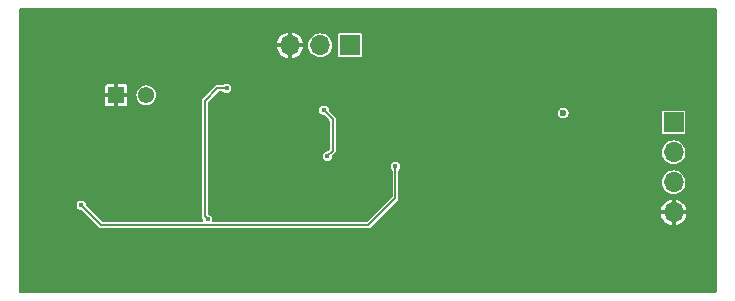
<source format=gbr>
%TF.GenerationSoftware,KiCad,Pcbnew,8.0.3-8.0.3-0~ubuntu24.04.1*%
%TF.CreationDate,2024-07-26T22:38:26-04:00*%
%TF.ProjectId,Microphone_ADC,4d696372-6f70-4686-9f6e-655f4144432e,rev?*%
%TF.SameCoordinates,Original*%
%TF.FileFunction,Copper,L4,Bot*%
%TF.FilePolarity,Positive*%
%FSLAX46Y46*%
G04 Gerber Fmt 4.6, Leading zero omitted, Abs format (unit mm)*
G04 Created by KiCad (PCBNEW 8.0.3-8.0.3-0~ubuntu24.04.1) date 2024-07-26 22:38:26*
%MOMM*%
%LPD*%
G01*
G04 APERTURE LIST*
%TA.AperFunction,ComponentPad*%
%ADD10R,1.700000X1.700000*%
%TD*%
%TA.AperFunction,ComponentPad*%
%ADD11O,1.700000X1.700000*%
%TD*%
%TA.AperFunction,ComponentPad*%
%ADD12R,1.378000X1.378000*%
%TD*%
%TA.AperFunction,ComponentPad*%
%ADD13C,1.378000*%
%TD*%
%TA.AperFunction,ViaPad*%
%ADD14C,0.450000*%
%TD*%
%TA.AperFunction,ViaPad*%
%ADD15C,0.600000*%
%TD*%
%TA.AperFunction,Conductor*%
%ADD16C,0.200000*%
%TD*%
G04 APERTURE END LIST*
D10*
%TO.P,J3,1,Pin_1*%
%TO.N,+3.3V*%
X140112500Y-84100000D03*
D11*
%TO.P,J3,2,Pin_2*%
%TO.N,Net-(J3-Pin_2)*%
X137572500Y-84100000D03*
%TO.P,J3,3,Pin_3*%
%TO.N,GND*%
X135032500Y-84100000D03*
%TD*%
D12*
%TO.P,MK1,1*%
%TO.N,GND*%
X120317500Y-88350000D03*
D13*
%TO.P,MK1,2*%
%TO.N,Net-(C1-Pad2)*%
X122857500Y-88350000D03*
%TD*%
D10*
%TO.P,J1,1,Pin_1*%
%TO.N,+3.3V*%
X167500000Y-90630000D03*
D11*
%TO.P,J1,2,Pin_2*%
%TO.N,/SDA*%
X167500000Y-93170000D03*
%TO.P,J1,3,Pin_3*%
%TO.N,/SCL*%
X167500000Y-95710000D03*
%TO.P,J1,4,Pin_4*%
%TO.N,GND*%
X167500000Y-98250000D03*
%TD*%
D14*
%TO.N,GND*%
X147050000Y-90100000D03*
X145850000Y-89950000D03*
X144800000Y-90050000D03*
X150950000Y-91950000D03*
X151800000Y-92050000D03*
X152750000Y-92000000D03*
X153050000Y-93250000D03*
X151850000Y-93250000D03*
X150100000Y-93300000D03*
X148550000Y-93050000D03*
X147350000Y-93050000D03*
X144950000Y-92900000D03*
X144050000Y-92900000D03*
X139750000Y-92100000D03*
X135537500Y-92350000D03*
D15*
X163600000Y-94580000D03*
D14*
X152974100Y-91105450D03*
X136600000Y-91200000D03*
X123300000Y-90950000D03*
X141200000Y-90750000D03*
D15*
X159200000Y-94280000D03*
D14*
X126350000Y-89100000D03*
X124950000Y-90900000D03*
X141450000Y-92100000D03*
X134487500Y-92350000D03*
X134487500Y-93200000D03*
X140650000Y-92100000D03*
X152324100Y-90705450D03*
X128300000Y-89100000D03*
X134487500Y-94100000D03*
X124300000Y-88800000D03*
X128450000Y-90900000D03*
X153724100Y-91655450D03*
X122450000Y-90700000D03*
X133250000Y-89300000D03*
X130850000Y-91450000D03*
X140250000Y-90700000D03*
D15*
X160100000Y-85930000D03*
D14*
X121900000Y-89700000D03*
D15*
X162950000Y-85530000D03*
D14*
X126600000Y-91000000D03*
X143000000Y-92750000D03*
D15*
X163000000Y-88980000D03*
D14*
X125300000Y-88950000D03*
X133200000Y-90450000D03*
X135537500Y-94100000D03*
X135487500Y-93250000D03*
X127300000Y-89100000D03*
X129311779Y-91458175D03*
D15*
X159300000Y-88180000D03*
D14*
X132200000Y-88600000D03*
D15*
X159650000Y-96180000D03*
%TO.N,/SDA*%
X158150000Y-89830000D03*
D14*
%TO.N,Net-(C1-Pad2)*%
X129650000Y-87750000D03*
X128050000Y-98850000D03*
%TO.N,Net-(U2-CG)*%
X137900000Y-89600000D03*
X138187500Y-93500000D03*
%TO.N,VDDA*%
X143950000Y-94350000D03*
X117350000Y-97650000D03*
%TD*%
D16*
%TO.N,Net-(C1-Pad2)*%
X127800000Y-98600000D02*
X127800000Y-88800000D01*
X127800000Y-88800000D02*
X128850000Y-87750000D01*
X128050000Y-98850000D02*
X127800000Y-98600000D01*
X128850000Y-87750000D02*
X129650000Y-87750000D01*
%TO.N,Net-(U2-CG)*%
X138650000Y-90350000D02*
X137900000Y-89600000D01*
X138650000Y-93037500D02*
X138650000Y-90350000D01*
X138187500Y-93500000D02*
X138650000Y-93037500D01*
%TO.N,VDDA*%
X143950000Y-97050000D02*
X143950000Y-94350000D01*
X117350000Y-97650000D02*
X119050000Y-99350000D01*
X119050000Y-99350000D02*
X141650000Y-99350000D01*
X141650000Y-99350000D02*
X143950000Y-97050000D01*
%TD*%
%TA.AperFunction,Conductor*%
%TO.N,GND*%
G36*
X171092539Y-80970185D02*
G01*
X171138294Y-81022989D01*
X171149500Y-81074500D01*
X171149500Y-104925500D01*
X171129815Y-104992539D01*
X171077011Y-105038294D01*
X171025500Y-105049500D01*
X112174500Y-105049500D01*
X112107461Y-105029815D01*
X112061706Y-104977011D01*
X112050500Y-104925500D01*
X112050500Y-97649996D01*
X116944508Y-97649996D01*
X116944508Y-97650003D01*
X116964352Y-97775300D01*
X116964352Y-97775301D01*
X116964354Y-97775304D01*
X117021950Y-97888342D01*
X117021952Y-97888344D01*
X117021954Y-97888347D01*
X117111652Y-97978045D01*
X117111654Y-97978046D01*
X117111658Y-97978050D01*
X117224696Y-98035646D01*
X117224697Y-98035646D01*
X117224699Y-98035647D01*
X117359638Y-98057019D01*
X117359434Y-98058300D01*
X117416908Y-98075177D01*
X117437550Y-98091811D01*
X118837636Y-99491897D01*
X118908103Y-99562364D01*
X119000172Y-99600500D01*
X119000174Y-99600500D01*
X141699826Y-99600500D01*
X141699828Y-99600500D01*
X141791897Y-99562364D01*
X143279261Y-98075000D01*
X166411503Y-98075000D01*
X167029254Y-98075000D01*
X167000000Y-98184174D01*
X167000000Y-98315826D01*
X167029254Y-98425000D01*
X166411503Y-98425000D01*
X166414097Y-98452990D01*
X166414097Y-98452993D01*
X166469883Y-98649063D01*
X166469886Y-98649069D01*
X166560754Y-98831556D01*
X166683608Y-98994242D01*
X166834260Y-99131578D01*
X167007584Y-99238897D01*
X167197677Y-99312539D01*
X167325000Y-99336339D01*
X167325000Y-98720746D01*
X167434174Y-98750000D01*
X167565826Y-98750000D01*
X167675000Y-98720746D01*
X167675000Y-99336339D01*
X167802322Y-99312539D01*
X167992415Y-99238897D01*
X168165739Y-99131578D01*
X168316391Y-98994242D01*
X168439245Y-98831556D01*
X168530113Y-98649069D01*
X168530116Y-98649063D01*
X168585902Y-98452993D01*
X168585902Y-98452990D01*
X168588497Y-98425000D01*
X167970746Y-98425000D01*
X168000000Y-98315826D01*
X168000000Y-98184174D01*
X167970746Y-98075000D01*
X168588496Y-98075000D01*
X168585902Y-98047009D01*
X168585902Y-98047006D01*
X168530116Y-97850936D01*
X168530113Y-97850930D01*
X168439245Y-97668443D01*
X168316391Y-97505757D01*
X168165739Y-97368421D01*
X167992415Y-97261102D01*
X167802321Y-97187460D01*
X167675000Y-97163659D01*
X167675000Y-97779253D01*
X167565826Y-97750000D01*
X167434174Y-97750000D01*
X167325000Y-97779253D01*
X167325000Y-97163659D01*
X167197678Y-97187460D01*
X167007584Y-97261102D01*
X166834260Y-97368421D01*
X166683608Y-97505757D01*
X166560754Y-97668443D01*
X166469886Y-97850930D01*
X166469883Y-97850936D01*
X166414097Y-98047006D01*
X166414097Y-98047009D01*
X166411503Y-98075000D01*
X143279261Y-98075000D01*
X144162364Y-97191897D01*
X144200500Y-97099828D01*
X144200500Y-97000172D01*
X144200500Y-95710000D01*
X166494659Y-95710000D01*
X166513975Y-95906129D01*
X166571188Y-96094733D01*
X166664086Y-96268532D01*
X166664090Y-96268539D01*
X166789116Y-96420883D01*
X166941460Y-96545909D01*
X166941467Y-96545913D01*
X167115266Y-96638811D01*
X167115269Y-96638811D01*
X167115273Y-96638814D01*
X167303868Y-96696024D01*
X167500000Y-96715341D01*
X167696132Y-96696024D01*
X167884727Y-96638814D01*
X168058538Y-96545910D01*
X168210883Y-96420883D01*
X168335910Y-96268538D01*
X168428814Y-96094727D01*
X168486024Y-95906132D01*
X168505341Y-95710000D01*
X168486024Y-95513868D01*
X168428814Y-95325273D01*
X168428811Y-95325269D01*
X168428811Y-95325266D01*
X168335913Y-95151467D01*
X168335909Y-95151460D01*
X168210883Y-94999116D01*
X168058539Y-94874090D01*
X168058532Y-94874086D01*
X167884733Y-94781188D01*
X167884727Y-94781186D01*
X167696132Y-94723976D01*
X167696129Y-94723975D01*
X167500000Y-94704659D01*
X167303870Y-94723975D01*
X167115266Y-94781188D01*
X166941467Y-94874086D01*
X166941460Y-94874090D01*
X166789116Y-94999116D01*
X166664090Y-95151460D01*
X166664086Y-95151467D01*
X166571188Y-95325266D01*
X166513975Y-95513870D01*
X166494659Y-95710000D01*
X144200500Y-95710000D01*
X144200500Y-94717254D01*
X144220185Y-94650215D01*
X144236820Y-94629572D01*
X144278046Y-94588346D01*
X144278050Y-94588342D01*
X144335646Y-94475304D01*
X144335646Y-94475302D01*
X144335647Y-94475301D01*
X144335647Y-94475300D01*
X144355492Y-94350003D01*
X144355492Y-94349996D01*
X144335647Y-94224699D01*
X144335647Y-94224698D01*
X144310498Y-94175341D01*
X144278050Y-94111658D01*
X144278046Y-94111654D01*
X144278045Y-94111652D01*
X144188347Y-94021954D01*
X144188344Y-94021952D01*
X144188342Y-94021950D01*
X144075304Y-93964354D01*
X144075303Y-93964353D01*
X144075300Y-93964352D01*
X143950003Y-93944508D01*
X143949997Y-93944508D01*
X143824699Y-93964352D01*
X143824698Y-93964352D01*
X143749337Y-94002751D01*
X143711658Y-94021950D01*
X143711657Y-94021951D01*
X143711652Y-94021954D01*
X143621954Y-94111652D01*
X143621951Y-94111657D01*
X143564352Y-94224698D01*
X143564352Y-94224699D01*
X143544508Y-94349996D01*
X143544508Y-94350003D01*
X143564352Y-94475300D01*
X143564352Y-94475301D01*
X143564354Y-94475304D01*
X143621950Y-94588342D01*
X143621952Y-94588344D01*
X143621953Y-94588346D01*
X143663180Y-94629572D01*
X143696666Y-94690895D01*
X143699500Y-94717254D01*
X143699500Y-96894877D01*
X143679815Y-96961916D01*
X143663181Y-96982558D01*
X141582558Y-99063181D01*
X141521235Y-99096666D01*
X141494877Y-99099500D01*
X128561161Y-99099500D01*
X128494122Y-99079815D01*
X128448367Y-99027011D01*
X128438423Y-98957853D01*
X128438688Y-98956103D01*
X128455492Y-98850003D01*
X128455492Y-98849996D01*
X128435647Y-98724699D01*
X128435647Y-98724698D01*
X128431177Y-98715925D01*
X128378050Y-98611658D01*
X128378046Y-98611654D01*
X128378045Y-98611652D01*
X128288347Y-98521954D01*
X128288344Y-98521952D01*
X128288342Y-98521950D01*
X128175304Y-98464354D01*
X128175302Y-98464353D01*
X128175301Y-98464353D01*
X128155100Y-98461153D01*
X128091965Y-98431222D01*
X128055035Y-98371910D01*
X128050500Y-98338680D01*
X128050500Y-89599996D01*
X137494508Y-89599996D01*
X137494508Y-89600003D01*
X137514352Y-89725300D01*
X137514352Y-89725301D01*
X137514354Y-89725304D01*
X137571950Y-89838342D01*
X137571952Y-89838344D01*
X137571954Y-89838347D01*
X137661652Y-89928045D01*
X137661654Y-89928046D01*
X137661658Y-89928050D01*
X137774696Y-89985646D01*
X137774697Y-89985646D01*
X137774699Y-89985647D01*
X137909638Y-90007019D01*
X137909434Y-90008300D01*
X137966908Y-90025177D01*
X137987550Y-90041811D01*
X138363181Y-90417442D01*
X138396666Y-90478765D01*
X138399500Y-90505123D01*
X138399500Y-92882375D01*
X138379815Y-92949414D01*
X138363181Y-92970056D01*
X138275048Y-93058189D01*
X138213725Y-93091674D01*
X138187770Y-93094464D01*
X138062199Y-93114352D01*
X138062198Y-93114352D01*
X137986837Y-93152751D01*
X137949158Y-93171950D01*
X137949157Y-93171951D01*
X137949152Y-93171954D01*
X137859454Y-93261652D01*
X137859451Y-93261657D01*
X137859450Y-93261658D01*
X137840251Y-93299337D01*
X137801852Y-93374698D01*
X137801852Y-93374699D01*
X137782008Y-93499996D01*
X137782008Y-93500003D01*
X137801852Y-93625300D01*
X137801852Y-93625301D01*
X137801854Y-93625304D01*
X137859450Y-93738342D01*
X137859452Y-93738344D01*
X137859454Y-93738347D01*
X137949152Y-93828045D01*
X137949154Y-93828046D01*
X137949158Y-93828050D01*
X138062196Y-93885646D01*
X138062197Y-93885646D01*
X138062199Y-93885647D01*
X138187497Y-93905492D01*
X138187500Y-93905492D01*
X138187503Y-93905492D01*
X138312800Y-93885647D01*
X138312801Y-93885647D01*
X138312802Y-93885646D01*
X138312804Y-93885646D01*
X138425842Y-93828050D01*
X138515550Y-93738342D01*
X138573146Y-93625304D01*
X138573146Y-93625302D01*
X138573147Y-93625301D01*
X138573147Y-93625300D01*
X138594519Y-93490362D01*
X138595800Y-93490564D01*
X138612677Y-93433090D01*
X138629302Y-93412457D01*
X138774457Y-93267301D01*
X138774460Y-93267300D01*
X138791896Y-93249864D01*
X138791897Y-93249864D01*
X138862364Y-93179397D01*
X138866256Y-93170000D01*
X166494659Y-93170000D01*
X166513975Y-93366129D01*
X166513976Y-93366132D01*
X166554583Y-93499996D01*
X166571188Y-93554733D01*
X166664086Y-93728532D01*
X166664090Y-93728539D01*
X166789116Y-93880883D01*
X166941460Y-94005909D01*
X166941467Y-94005913D01*
X167115266Y-94098811D01*
X167115269Y-94098811D01*
X167115273Y-94098814D01*
X167303868Y-94156024D01*
X167500000Y-94175341D01*
X167696132Y-94156024D01*
X167884727Y-94098814D01*
X168058538Y-94005910D01*
X168210883Y-93880883D01*
X168335910Y-93728538D01*
X168428814Y-93554727D01*
X168486024Y-93366132D01*
X168505341Y-93170000D01*
X168486024Y-92973868D01*
X168428814Y-92785273D01*
X168428811Y-92785269D01*
X168428811Y-92785266D01*
X168335913Y-92611467D01*
X168335909Y-92611460D01*
X168210883Y-92459116D01*
X168058539Y-92334090D01*
X168058532Y-92334086D01*
X167884733Y-92241188D01*
X167884727Y-92241186D01*
X167696132Y-92183976D01*
X167696129Y-92183975D01*
X167500000Y-92164659D01*
X167303870Y-92183975D01*
X167115266Y-92241188D01*
X166941467Y-92334086D01*
X166941460Y-92334090D01*
X166789116Y-92459116D01*
X166664090Y-92611460D01*
X166664086Y-92611467D01*
X166571188Y-92785266D01*
X166513975Y-92973870D01*
X166494659Y-93170000D01*
X138866256Y-93170000D01*
X138889306Y-93114354D01*
X138900501Y-93087328D01*
X138900501Y-92987672D01*
X138900501Y-92977683D01*
X138900500Y-92977669D01*
X138900500Y-91494822D01*
X166499499Y-91494822D01*
X166508231Y-91538717D01*
X166508232Y-91538721D01*
X166508233Y-91538722D01*
X166541496Y-91588504D01*
X166591278Y-91621767D01*
X166591281Y-91621767D01*
X166591282Y-91621768D01*
X166635177Y-91630500D01*
X166635180Y-91630500D01*
X168364822Y-91630500D01*
X168408717Y-91621768D01*
X168408717Y-91621767D01*
X168408722Y-91621767D01*
X168458504Y-91588504D01*
X168491767Y-91538722D01*
X168500500Y-91494820D01*
X168500500Y-89765180D01*
X168500500Y-89765177D01*
X168491768Y-89721282D01*
X168491767Y-89721281D01*
X168491767Y-89721278D01*
X168458504Y-89671496D01*
X168458503Y-89671495D01*
X168408724Y-89638234D01*
X168408717Y-89638231D01*
X168364822Y-89629500D01*
X168364820Y-89629500D01*
X166635180Y-89629500D01*
X166635178Y-89629500D01*
X166591282Y-89638231D01*
X166591275Y-89638234D01*
X166541496Y-89671495D01*
X166541495Y-89671496D01*
X166508234Y-89721275D01*
X166508231Y-89721282D01*
X166499500Y-89765177D01*
X166499500Y-89765180D01*
X166499500Y-91494820D01*
X166499500Y-91494822D01*
X166499499Y-91494822D01*
X138900500Y-91494822D01*
X138900500Y-90300173D01*
X138900499Y-90300170D01*
X138862364Y-90208103D01*
X138791897Y-90137636D01*
X138484261Y-89830000D01*
X157694867Y-89830000D01*
X157713302Y-89958225D01*
X157734889Y-90005492D01*
X157767118Y-90076063D01*
X157851951Y-90173967D01*
X157960931Y-90244004D01*
X158085225Y-90280499D01*
X158085227Y-90280500D01*
X158085228Y-90280500D01*
X158214773Y-90280500D01*
X158214773Y-90280499D01*
X158339069Y-90244004D01*
X158448049Y-90173967D01*
X158532882Y-90076063D01*
X158586697Y-89958226D01*
X158605133Y-89830000D01*
X158586697Y-89701774D01*
X158532882Y-89583937D01*
X158448049Y-89486033D01*
X158339069Y-89415996D01*
X158339065Y-89415994D01*
X158339064Y-89415994D01*
X158214774Y-89379500D01*
X158214772Y-89379500D01*
X158085228Y-89379500D01*
X158085226Y-89379500D01*
X157960935Y-89415994D01*
X157960932Y-89415995D01*
X157960931Y-89415996D01*
X157909677Y-89448934D01*
X157851950Y-89486033D01*
X157767118Y-89583937D01*
X157767117Y-89583938D01*
X157713302Y-89701774D01*
X157694867Y-89830000D01*
X138484261Y-89830000D01*
X138341811Y-89687550D01*
X138308326Y-89626227D01*
X138305534Y-89600266D01*
X138285647Y-89474699D01*
X138285647Y-89474698D01*
X138285646Y-89474696D01*
X138228050Y-89361658D01*
X138228046Y-89361654D01*
X138228045Y-89361652D01*
X138138347Y-89271954D01*
X138138344Y-89271952D01*
X138138342Y-89271950D01*
X138025304Y-89214354D01*
X138025303Y-89214353D01*
X138025300Y-89214352D01*
X137900003Y-89194508D01*
X137899997Y-89194508D01*
X137774699Y-89214352D01*
X137774698Y-89214352D01*
X137699337Y-89252751D01*
X137661658Y-89271950D01*
X137661657Y-89271951D01*
X137661652Y-89271954D01*
X137571954Y-89361652D01*
X137571951Y-89361657D01*
X137514352Y-89474698D01*
X137514352Y-89474699D01*
X137494508Y-89599996D01*
X128050500Y-89599996D01*
X128050500Y-88955123D01*
X128070185Y-88888084D01*
X128086819Y-88867442D01*
X128917442Y-88036819D01*
X128978765Y-88003334D01*
X129005123Y-88000500D01*
X129282746Y-88000500D01*
X129349785Y-88020185D01*
X129370428Y-88036820D01*
X129411653Y-88078046D01*
X129411655Y-88078047D01*
X129411658Y-88078050D01*
X129524696Y-88135646D01*
X129524697Y-88135646D01*
X129524699Y-88135647D01*
X129649997Y-88155492D01*
X129650000Y-88155492D01*
X129650003Y-88155492D01*
X129775300Y-88135647D01*
X129775301Y-88135647D01*
X129775302Y-88135646D01*
X129775304Y-88135646D01*
X129888342Y-88078050D01*
X129978050Y-87988342D01*
X130035646Y-87875304D01*
X130035646Y-87875302D01*
X130035647Y-87875301D01*
X130035647Y-87875300D01*
X130055492Y-87750003D01*
X130055492Y-87749996D01*
X130035647Y-87624699D01*
X130035647Y-87624698D01*
X130032726Y-87618966D01*
X129978050Y-87511658D01*
X129978046Y-87511654D01*
X129978045Y-87511652D01*
X129888347Y-87421954D01*
X129888344Y-87421952D01*
X129888342Y-87421950D01*
X129775304Y-87364354D01*
X129775303Y-87364353D01*
X129775300Y-87364352D01*
X129650003Y-87344508D01*
X129649997Y-87344508D01*
X129524699Y-87364352D01*
X129524698Y-87364352D01*
X129449337Y-87402751D01*
X129411658Y-87421950D01*
X129411657Y-87421951D01*
X129411653Y-87421953D01*
X129370428Y-87463180D01*
X129309105Y-87496666D01*
X129282746Y-87499500D01*
X128800170Y-87499500D01*
X128708102Y-87537636D01*
X127587636Y-88658102D01*
X127549500Y-88750170D01*
X127549500Y-98649829D01*
X127587636Y-98741897D01*
X127608189Y-98762450D01*
X127641674Y-98823773D01*
X127644465Y-98849733D01*
X127661312Y-98956103D01*
X127652357Y-99025396D01*
X127607361Y-99078848D01*
X127540609Y-99099487D01*
X127538839Y-99099500D01*
X119205123Y-99099500D01*
X119138084Y-99079815D01*
X119117442Y-99063181D01*
X117791811Y-97737550D01*
X117758326Y-97676227D01*
X117755534Y-97650266D01*
X117735647Y-97524699D01*
X117735647Y-97524698D01*
X117725996Y-97505757D01*
X117678050Y-97411658D01*
X117678046Y-97411654D01*
X117678045Y-97411652D01*
X117588347Y-97321954D01*
X117588344Y-97321952D01*
X117588342Y-97321950D01*
X117475304Y-97264354D01*
X117475303Y-97264353D01*
X117475300Y-97264352D01*
X117350003Y-97244508D01*
X117349997Y-97244508D01*
X117224699Y-97264352D01*
X117224698Y-97264352D01*
X117149337Y-97302751D01*
X117111658Y-97321950D01*
X117111657Y-97321951D01*
X117111652Y-97321954D01*
X117021954Y-97411652D01*
X117021951Y-97411657D01*
X116964352Y-97524698D01*
X116964352Y-97524699D01*
X116944508Y-97649996D01*
X112050500Y-97649996D01*
X112050500Y-87636371D01*
X119378500Y-87636371D01*
X119378500Y-88175000D01*
X119916241Y-88175000D01*
X119912144Y-88182096D01*
X119882500Y-88292731D01*
X119882500Y-88407269D01*
X119912144Y-88517904D01*
X119916241Y-88525000D01*
X119378500Y-88525000D01*
X119378500Y-89063628D01*
X119393003Y-89136540D01*
X119393005Y-89136544D01*
X119448260Y-89219239D01*
X119530955Y-89274494D01*
X119530959Y-89274496D01*
X119603871Y-89288999D01*
X119603874Y-89289000D01*
X120142500Y-89289000D01*
X120142500Y-88751259D01*
X120149596Y-88755356D01*
X120260231Y-88785000D01*
X120374769Y-88785000D01*
X120485404Y-88755356D01*
X120492500Y-88751259D01*
X120492500Y-89289000D01*
X121031126Y-89289000D01*
X121031128Y-89288999D01*
X121104040Y-89274496D01*
X121104044Y-89274494D01*
X121186739Y-89219239D01*
X121241994Y-89136544D01*
X121241996Y-89136540D01*
X121256499Y-89063628D01*
X121256500Y-89063626D01*
X121256500Y-88525000D01*
X120718759Y-88525000D01*
X120722856Y-88517904D01*
X120752500Y-88407269D01*
X120752500Y-88350000D01*
X122013376Y-88350000D01*
X122031822Y-88525504D01*
X122031823Y-88525506D01*
X122086354Y-88693338D01*
X122086355Y-88693339D01*
X122119167Y-88750170D01*
X122174589Y-88846164D01*
X122292671Y-88977306D01*
X122411482Y-89063628D01*
X122435438Y-89081033D01*
X122596646Y-89152808D01*
X122596651Y-89152810D01*
X122769265Y-89189500D01*
X122769266Y-89189500D01*
X122945733Y-89189500D01*
X122945735Y-89189500D01*
X123118349Y-89152810D01*
X123279562Y-89081033D01*
X123422329Y-88977306D01*
X123540411Y-88846164D01*
X123628646Y-88693336D01*
X123683178Y-88525503D01*
X123701624Y-88350000D01*
X123683178Y-88174497D01*
X123628646Y-88006664D01*
X123628645Y-88006663D01*
X123628645Y-88006661D01*
X123628644Y-88006660D01*
X123575724Y-87915000D01*
X123540411Y-87853836D01*
X123422329Y-87722694D01*
X123303519Y-87636373D01*
X123279561Y-87618966D01*
X123118353Y-87547191D01*
X123118348Y-87547189D01*
X122982424Y-87518298D01*
X122945735Y-87510500D01*
X122769265Y-87510500D01*
X122739007Y-87516931D01*
X122596651Y-87547189D01*
X122596646Y-87547191D01*
X122435438Y-87618966D01*
X122292672Y-87722693D01*
X122292671Y-87722694D01*
X122174589Y-87853836D01*
X122174587Y-87853837D01*
X122174586Y-87853840D01*
X122086355Y-88006660D01*
X122086354Y-88006661D01*
X122031823Y-88174493D01*
X122031822Y-88174495D01*
X122013376Y-88350000D01*
X120752500Y-88350000D01*
X120752500Y-88292731D01*
X120722856Y-88182096D01*
X120718759Y-88175000D01*
X121256500Y-88175000D01*
X121256500Y-87636373D01*
X121256499Y-87636371D01*
X121241996Y-87563459D01*
X121241994Y-87563455D01*
X121186739Y-87480760D01*
X121104044Y-87425505D01*
X121104040Y-87425503D01*
X121031127Y-87411000D01*
X120492500Y-87411000D01*
X120492500Y-87948740D01*
X120485404Y-87944644D01*
X120374769Y-87915000D01*
X120260231Y-87915000D01*
X120149596Y-87944644D01*
X120142500Y-87948740D01*
X120142500Y-87411000D01*
X119603873Y-87411000D01*
X119530959Y-87425503D01*
X119530955Y-87425505D01*
X119448260Y-87480760D01*
X119393005Y-87563455D01*
X119393003Y-87563459D01*
X119378500Y-87636371D01*
X112050500Y-87636371D01*
X112050500Y-83925000D01*
X133944003Y-83925000D01*
X134561754Y-83925000D01*
X134532500Y-84034174D01*
X134532500Y-84165826D01*
X134561754Y-84275000D01*
X133944003Y-84275000D01*
X133946597Y-84302990D01*
X133946597Y-84302993D01*
X134002383Y-84499063D01*
X134002386Y-84499069D01*
X134093254Y-84681556D01*
X134216108Y-84844242D01*
X134366760Y-84981578D01*
X134540084Y-85088897D01*
X134730177Y-85162539D01*
X134857500Y-85186339D01*
X134857500Y-84570746D01*
X134966674Y-84600000D01*
X135098326Y-84600000D01*
X135207500Y-84570746D01*
X135207500Y-85186339D01*
X135334822Y-85162539D01*
X135524915Y-85088897D01*
X135698239Y-84981578D01*
X135848891Y-84844242D01*
X135971745Y-84681556D01*
X136062613Y-84499069D01*
X136062616Y-84499063D01*
X136118402Y-84302993D01*
X136118402Y-84302990D01*
X136120997Y-84275000D01*
X135503246Y-84275000D01*
X135532500Y-84165826D01*
X135532500Y-84100000D01*
X136567159Y-84100000D01*
X136586475Y-84296129D01*
X136643688Y-84484733D01*
X136736586Y-84658532D01*
X136736590Y-84658539D01*
X136861616Y-84810883D01*
X137013960Y-84935909D01*
X137013967Y-84935913D01*
X137187766Y-85028811D01*
X137187769Y-85028811D01*
X137187773Y-85028814D01*
X137376368Y-85086024D01*
X137572500Y-85105341D01*
X137768632Y-85086024D01*
X137957227Y-85028814D01*
X137994817Y-85008722D01*
X138045599Y-84981578D01*
X138076947Y-84964822D01*
X139111999Y-84964822D01*
X139120731Y-85008717D01*
X139120732Y-85008721D01*
X139120733Y-85008722D01*
X139153996Y-85058504D01*
X139203778Y-85091767D01*
X139203781Y-85091767D01*
X139203782Y-85091768D01*
X139247677Y-85100500D01*
X139247680Y-85100500D01*
X140977322Y-85100500D01*
X141021217Y-85091768D01*
X141021217Y-85091767D01*
X141021222Y-85091767D01*
X141071004Y-85058504D01*
X141104267Y-85008722D01*
X141104268Y-85008717D01*
X141113000Y-84964822D01*
X141113000Y-83235177D01*
X141104268Y-83191282D01*
X141104267Y-83191281D01*
X141104267Y-83191278D01*
X141071004Y-83141496D01*
X141071003Y-83141495D01*
X141021224Y-83108234D01*
X141021217Y-83108231D01*
X140977322Y-83099500D01*
X140977320Y-83099500D01*
X139247680Y-83099500D01*
X139247678Y-83099500D01*
X139203782Y-83108231D01*
X139203775Y-83108234D01*
X139153996Y-83141495D01*
X139153995Y-83141496D01*
X139120734Y-83191275D01*
X139120731Y-83191282D01*
X139112000Y-83235177D01*
X139112000Y-83235180D01*
X139112000Y-84964820D01*
X139112000Y-84964822D01*
X139111999Y-84964822D01*
X138076947Y-84964822D01*
X138131038Y-84935910D01*
X138283383Y-84810883D01*
X138408410Y-84658538D01*
X138457913Y-84565925D01*
X138501311Y-84484733D01*
X138501311Y-84484732D01*
X138501314Y-84484727D01*
X138558524Y-84296132D01*
X138577841Y-84100000D01*
X138558524Y-83903868D01*
X138501314Y-83715273D01*
X138501311Y-83715269D01*
X138501311Y-83715266D01*
X138408413Y-83541467D01*
X138408409Y-83541460D01*
X138283383Y-83389116D01*
X138131039Y-83264090D01*
X138131032Y-83264086D01*
X137957233Y-83171188D01*
X137957227Y-83171186D01*
X137768632Y-83113976D01*
X137768629Y-83113975D01*
X137572500Y-83094659D01*
X137376370Y-83113975D01*
X137187766Y-83171188D01*
X137013967Y-83264086D01*
X137013960Y-83264090D01*
X136861616Y-83389116D01*
X136736590Y-83541460D01*
X136736586Y-83541467D01*
X136643688Y-83715266D01*
X136586475Y-83903870D01*
X136567159Y-84100000D01*
X135532500Y-84100000D01*
X135532500Y-84034174D01*
X135503246Y-83925000D01*
X136120996Y-83925000D01*
X136118402Y-83897009D01*
X136118402Y-83897006D01*
X136062616Y-83700936D01*
X136062613Y-83700930D01*
X135971745Y-83518443D01*
X135848891Y-83355757D01*
X135698239Y-83218421D01*
X135524915Y-83111102D01*
X135334821Y-83037460D01*
X135207500Y-83013659D01*
X135207500Y-83629253D01*
X135098326Y-83600000D01*
X134966674Y-83600000D01*
X134857500Y-83629253D01*
X134857500Y-83013659D01*
X134730178Y-83037460D01*
X134540084Y-83111102D01*
X134366760Y-83218421D01*
X134216108Y-83355757D01*
X134093254Y-83518443D01*
X134002386Y-83700930D01*
X134002383Y-83700936D01*
X133946597Y-83897006D01*
X133946597Y-83897009D01*
X133944003Y-83925000D01*
X112050500Y-83925000D01*
X112050500Y-81074500D01*
X112070185Y-81007461D01*
X112122989Y-80961706D01*
X112174500Y-80950500D01*
X171025500Y-80950500D01*
X171092539Y-80970185D01*
G37*
%TD.AperFunction*%
%TD*%
M02*

</source>
